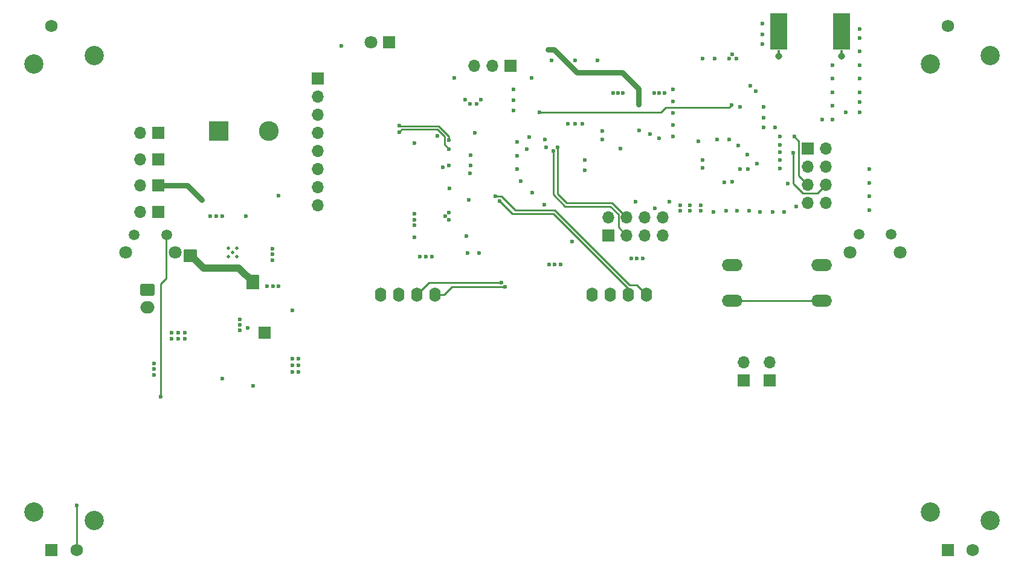
<source format=gbr>
%TF.GenerationSoftware,KiCad,Pcbnew,8.0.7*%
%TF.CreationDate,2025-03-30T10:37:29-04:00*%
%TF.ProjectId,RC-Car-Controller,52432d43-6172-42d4-936f-6e74726f6c6c,rev?*%
%TF.SameCoordinates,Original*%
%TF.FileFunction,Copper,L4,Bot*%
%TF.FilePolarity,Positive*%
%FSLAX46Y46*%
G04 Gerber Fmt 4.6, Leading zero omitted, Abs format (unit mm)*
G04 Created by KiCad (PCBNEW 8.0.7) date 2025-03-30 10:37:29*
%MOMM*%
%LPD*%
G01*
G04 APERTURE LIST*
G04 Aperture macros list*
%AMRoundRect*
0 Rectangle with rounded corners*
0 $1 Rounding radius*
0 $2 $3 $4 $5 $6 $7 $8 $9 X,Y pos of 4 corners*
0 Add a 4 corners polygon primitive as box body*
4,1,4,$2,$3,$4,$5,$6,$7,$8,$9,$2,$3,0*
0 Add four circle primitives for the rounded corners*
1,1,$1+$1,$2,$3*
1,1,$1+$1,$4,$5*
1,1,$1+$1,$6,$7*
1,1,$1+$1,$8,$9*
0 Add four rect primitives between the rounded corners*
20,1,$1+$1,$2,$3,$4,$5,0*
20,1,$1+$1,$4,$5,$6,$7,0*
20,1,$1+$1,$6,$7,$8,$9,0*
20,1,$1+$1,$8,$9,$2,$3,0*%
G04 Aperture macros list end*
%TA.AperFunction,Conductor*%
%ADD10C,0.200000*%
%TD*%
%TA.AperFunction,ComponentPad*%
%ADD11R,1.700000X1.700000*%
%TD*%
%TA.AperFunction,ComponentPad*%
%ADD12O,1.700000X1.700000*%
%TD*%
%TA.AperFunction,ComponentPad*%
%ADD13R,1.750000X1.750000*%
%TD*%
%TA.AperFunction,ComponentPad*%
%ADD14C,1.750000*%
%TD*%
%TA.AperFunction,ComponentPad*%
%ADD15C,2.700000*%
%TD*%
%TA.AperFunction,ComponentPad*%
%ADD16C,0.500000*%
%TD*%
%TA.AperFunction,ComponentPad*%
%ADD17O,1.600000X2.000000*%
%TD*%
%TA.AperFunction,ComponentPad*%
%ADD18R,2.775000X2.775000*%
%TD*%
%TA.AperFunction,ComponentPad*%
%ADD19C,2.775000*%
%TD*%
%TA.AperFunction,ComponentPad*%
%ADD20R,1.800000X1.800000*%
%TD*%
%TA.AperFunction,ComponentPad*%
%ADD21C,1.800000*%
%TD*%
%TA.AperFunction,HeatsinkPad*%
%ADD22R,1.680000X1.680000*%
%TD*%
%TA.AperFunction,ComponentPad*%
%ADD23RoundRect,0.250000X-0.750000X0.600000X-0.750000X-0.600000X0.750000X-0.600000X0.750000X0.600000X0*%
%TD*%
%TA.AperFunction,ComponentPad*%
%ADD24O,2.000000X1.700000*%
%TD*%
%TA.AperFunction,SMDPad,CuDef*%
%ADD25R,2.420000X5.080000*%
%TD*%
%TA.AperFunction,SMDPad,CuDef*%
%ADD26R,0.460000X0.950000*%
%TD*%
%TA.AperFunction,ComponentPad*%
%ADD27C,0.970000*%
%TD*%
%TA.AperFunction,ComponentPad*%
%ADD28O,2.900000X1.700000*%
%TD*%
%TA.AperFunction,ComponentPad*%
%ADD29C,1.498600*%
%TD*%
%TA.AperFunction,ComponentPad*%
%ADD30C,1.803400*%
%TD*%
%TA.AperFunction,ViaPad*%
%ADD31C,0.600000*%
%TD*%
%TA.AperFunction,Conductor*%
%ADD32C,0.254000*%
%TD*%
%TA.AperFunction,Conductor*%
%ADD33C,0.762000*%
%TD*%
%TA.AperFunction,Conductor*%
%ADD34C,1.016000*%
%TD*%
G04 APERTURE END LIST*
D10*
%TO.N,VDD_LOAD_PRE_SW*%
X114300000Y-81534000D02*
X112649000Y-81534000D01*
X112649000Y-79629000D01*
X114300000Y-79629000D01*
X114300000Y-81534000D01*
%TA.AperFunction,Conductor*%
G36*
X114300000Y-81534000D02*
G01*
X112649000Y-81534000D01*
X112649000Y-79629000D01*
X114300000Y-79629000D01*
X114300000Y-81534000D01*
G37*
%TD.AperFunction*%
X105537000Y-77724000D02*
X103886000Y-77724000D01*
X103886000Y-76073000D01*
X105537000Y-76073000D01*
X105537000Y-77724000D01*
%TA.AperFunction,Conductor*%
G36*
X105537000Y-77724000D02*
G01*
X103886000Y-77724000D01*
X103886000Y-76073000D01*
X105537000Y-76073000D01*
X105537000Y-77724000D01*
G37*
%TD.AperFunction*%
%TD*%
D11*
%TO.P,TP6,1,1*%
%TO.N,GNDA*%
X185928000Y-94361000D03*
D12*
%TO.P,TP6,2*%
%TO.N,N/C*%
X185928000Y-91821000D03*
%TD*%
D11*
%TO.P,SW2,1,A*%
%TO.N,Net-(SW2-A)*%
X149606000Y-50292000D03*
D12*
%TO.P,SW2,2,B*%
%TO.N,Net-(SW2-B)*%
X147066000Y-50292000D03*
%TO.P,SW2,3,C*%
%TO.N,Net-(SW2-C)*%
X144526000Y-50292000D03*
%TD*%
D11*
%TO.P,J3,1,Pin_1*%
%TO.N,/Connectors/USART_TX*%
X163322000Y-74041000D03*
D12*
%TO.P,J3,2,Pin_2*%
%TO.N,/Connectors/USART_RX*%
X163322000Y-71501000D03*
%TO.P,J3,3,Pin_3*%
%TO.N,/Connectors/SWCLK*%
X165862000Y-74041000D03*
%TO.P,J3,4,Pin_4*%
%TO.N,/Connectors/SWDIO*%
X165862000Y-71501000D03*
%TO.P,J3,5,Pin_5*%
%TO.N,/Connectors/NRST*%
X168402000Y-74041000D03*
%TO.P,J3,6,Pin_6*%
%TO.N,GNDA*%
X168402000Y-71501000D03*
%TO.P,J3,7,Pin_7*%
%TO.N,+3V3*%
X170942000Y-74041000D03*
%TO.P,J3,8,Pin_8*%
%TO.N,unconnected-(J3-Pin_8-Pad8)*%
X170942000Y-71501000D03*
%TD*%
D13*
%TO.P,R45,1*%
%TO.N,+3V3*%
X85250000Y-118164000D03*
D14*
%TO.P,R45,2*%
%TO.N,/Inputs/Slider_L*%
X88750000Y-118164000D03*
%TO.P,R45,3*%
%TO.N,GNDA*%
X85250000Y-44664000D03*
D15*
%TO.P,R45,MP*%
%TO.N,N/C*%
X91200000Y-114014000D03*
X82800000Y-112814000D03*
X82800000Y-50014000D03*
X91200000Y-48814000D03*
%TD*%
D11*
%TO.P,J4,1,Pin_1*%
%TO.N,+3V3*%
X191262000Y-61849000D03*
D12*
%TO.P,J4,2,Pin_2*%
%TO.N,GNDA*%
X193802000Y-61849000D03*
%TO.P,J4,3,Pin_3*%
%TO.N,/Connectors/RF_TMS*%
X191262000Y-64389000D03*
%TO.P,J4,4,Pin_4*%
%TO.N,/Connectors/RF_nTRST*%
X193802000Y-64389000D03*
%TO.P,J4,5,Pin_5*%
%TO.N,/Connectors/RF_TCK*%
X191262000Y-66929000D03*
%TO.P,J4,6,Pin_6*%
%TO.N,/Connectors/RF_TDI*%
X193802000Y-66929000D03*
%TO.P,J4,7,Pin_7*%
%TO.N,/Connectors/RF_nSRST*%
X191262000Y-69469000D03*
%TO.P,J4,8,Pin_8*%
%TO.N,/Connectors/RF_TDO*%
X193802000Y-69469000D03*
%TD*%
D16*
%TO.P,U2,17,PAD*%
%TO.N,GNDA*%
X111207002Y-77043998D03*
X111207002Y-75864001D03*
X110617003Y-76454000D03*
X110027004Y-77043998D03*
X110027004Y-75864001D03*
%TD*%
D17*
%TO.P,Brd2,1,GND*%
%TO.N,GNDA*%
X131380000Y-82360414D03*
%TO.P,Brd2,2,VCC*%
%TO.N,+3V3*%
X133920000Y-82360414D03*
%TO.P,Brd2,3,SCL*%
%TO.N,/MCU/I2C2_SCL*%
X136460000Y-82360414D03*
%TO.P,Brd2,4,SDA*%
%TO.N,/MCU/I2C2_SDA*%
X139000000Y-82360414D03*
%TD*%
D18*
%TO.P,S1,1*%
%TO.N,VDD_LOAD_PRE_SW*%
X108712000Y-59436000D03*
D19*
%TO.P,S1,1A*%
%TO.N,VDD_LOAD*%
X115712000Y-59436000D03*
%TD*%
D20*
%TO.P,D3,1,K*%
%TO.N,GNDA*%
X132588000Y-46990000D03*
D21*
%TO.P,D3,2,A*%
%TO.N,Net-(D3-A)*%
X130048000Y-46990000D03*
%TD*%
D16*
%TO.P,U3,17,GND*%
%TO.N,GNDA*%
X114533500Y-88296800D03*
X115713500Y-88296800D03*
X115123500Y-87706800D03*
D22*
X115123500Y-87706800D03*
D16*
X114533500Y-87116800D03*
X115713500Y-87116800D03*
%TD*%
D11*
%TO.P,J6,1,Pin_1*%
%TO.N,+3V3*%
X122560000Y-52070000D03*
D12*
%TO.P,J6,2,Pin_2*%
%TO.N,GNDA*%
X122560000Y-54610000D03*
%TO.P,J6,3,Pin_3*%
%TO.N,/MCU/SPI4_MOSI*%
X122560000Y-57150000D03*
%TO.P,J6,4,Pin_4*%
%TO.N,/MCU/SPI4_SCLK*%
X122560000Y-59690000D03*
%TO.P,J6,5,Pin_5*%
%TO.N,/MCU/SPI4_CS*%
X122560000Y-62230000D03*
%TO.P,J6,6,Pin_6*%
%TO.N,/MCU/SPI4_DC*%
X122560000Y-64770000D03*
%TO.P,J6,7,Pin_7*%
%TO.N,/Outputs/LCD_RST*%
X122560000Y-67310000D03*
%TO.P,J6,8,Pin_8*%
%TO.N,+3V3*%
X122560000Y-69850000D03*
%TD*%
D11*
%TO.P,TP4,1,1*%
%TO.N,GNDA*%
X182245000Y-94366000D03*
D12*
%TO.P,TP4,2*%
%TO.N,N/C*%
X182245000Y-91826000D03*
%TD*%
D17*
%TO.P,Brd1,1,GND*%
%TO.N,GNDA*%
X161000000Y-82360414D03*
%TO.P,Brd1,2,VCC*%
%TO.N,+3V3*%
X163540000Y-82360414D03*
%TO.P,Brd1,3,SCL*%
%TO.N,/MCU/I2C1_SCL*%
X166080000Y-82360414D03*
%TO.P,Brd1,4,SDA*%
%TO.N,/MCU/I2C1_SDA*%
X168620000Y-82360414D03*
%TD*%
D23*
%TO.P,J1,1,Pin_1*%
%TO.N,Net-(J1-Pin_1)*%
X98696000Y-81661000D03*
D24*
%TO.P,J1,2,Pin_2*%
%TO.N,GND_BATT*%
X98696000Y-84161000D03*
%TD*%
D25*
%TO.P,J5,2,Ext*%
%TO.N,GNDA*%
X195958000Y-45466000D03*
X187198000Y-45466000D03*
D26*
X195958000Y-48456000D03*
X187198000Y-48456000D03*
D27*
X195958000Y-48906000D03*
X187198000Y-48906000D03*
%TD*%
D28*
%TO.P,SW1,1,1*%
%TO.N,GNDA*%
X180667000Y-78232000D03*
X193167000Y-78232000D03*
%TO.P,SW1,2,2*%
%TO.N,/Connectors/NRST*%
X180667000Y-83232000D03*
X193167000Y-83232000D03*
%TD*%
D11*
%TO.P,TP1,1,1*%
%TO.N,VDD_USB*%
X100208000Y-59690000D03*
D12*
%TO.P,TP1,2*%
%TO.N,N/C*%
X97668000Y-59690000D03*
%TD*%
D13*
%TO.P,R48,1*%
%TO.N,+3V3*%
X210848000Y-118188000D03*
D14*
%TO.P,R48,2*%
%TO.N,/Inputs/Slider_R*%
X214348000Y-118188000D03*
%TO.P,R48,3*%
%TO.N,GNDA*%
X210848000Y-44688000D03*
D15*
%TO.P,R48,MP*%
%TO.N,N/C*%
X216798000Y-114038000D03*
X208398000Y-112838000D03*
X208398000Y-50038000D03*
X216798000Y-48838000D03*
%TD*%
D11*
%TO.P,TP2,1,1*%
%TO.N,GNDA*%
X100208000Y-70739000D03*
D12*
%TO.P,TP2,2*%
%TO.N,N/C*%
X97668000Y-70739000D03*
%TD*%
D11*
%TO.P,TP3,1,1*%
%TO.N,VDD_BATT*%
X100208000Y-67056000D03*
D12*
%TO.P,TP3,2*%
%TO.N,N/C*%
X97668000Y-67056000D03*
%TD*%
D11*
%TO.P,TP5,1,1*%
%TO.N,+3V3*%
X100208000Y-63373000D03*
D12*
%TO.P,TP5,2*%
%TO.N,N/C*%
X97668000Y-63373000D03*
%TD*%
D29*
%TO.P,SW4,1,1*%
%TO.N,GNDA*%
X198445999Y-73914000D03*
%TO.P,SW4,2,2*%
%TO.N,/Inputs/Button_R*%
X202946000Y-73914000D03*
D30*
%TO.P,SW4,3,3*%
%TO.N,GNDA*%
X197190999Y-76404299D03*
%TO.P,SW4,4,4*%
X204201000Y-76404299D03*
%TD*%
D29*
%TO.P,SW3,1,1*%
%TO.N,GNDA*%
X96860999Y-73936051D03*
%TO.P,SW3,2,2*%
%TO.N,/Inputs/Button_L*%
X101361000Y-73936051D03*
D30*
%TO.P,SW3,3,3*%
%TO.N,GNDA*%
X95605999Y-76426350D03*
%TO.P,SW3,4,4*%
X102616000Y-76426350D03*
%TD*%
D31*
%TO.N,+3V3*%
X145177947Y-76505179D03*
X143256000Y-54991000D03*
X119888000Y-93218000D03*
X112748616Y-87036205D03*
X136080500Y-74295000D03*
X140462000Y-71374000D03*
X176276000Y-69850000D03*
X179766345Y-70629239D03*
X119888000Y-91313000D03*
X143931000Y-65318000D03*
X176276000Y-70612000D03*
X140970000Y-71882000D03*
X158242000Y-74930000D03*
X143952436Y-62832101D03*
X137711270Y-77039454D03*
X140081000Y-64516000D03*
X119893416Y-92252891D03*
X119002630Y-92241686D03*
X173342000Y-69850000D03*
X158623000Y-58420000D03*
X181229000Y-49276000D03*
X180213000Y-49276000D03*
X173342000Y-70612000D03*
X143891000Y-55626000D03*
X125857000Y-47498000D03*
X118999000Y-93218000D03*
X159639000Y-58420000D03*
X138538925Y-77035215D03*
X183007000Y-70629239D03*
X136887925Y-77035215D03*
X140970000Y-70866000D03*
X168129925Y-77289215D03*
X180681991Y-48641000D03*
X167302270Y-77293454D03*
X181356000Y-70625000D03*
X118999000Y-91313000D03*
X157607000Y-58420000D03*
X141732000Y-51943000D03*
X166478925Y-77289215D03*
%TO.N,/MCU/I2C2_SDA*%
X148831702Y-81272920D03*
%TO.N,GNDA*%
X164973000Y-61849000D03*
X184150000Y-64008000D03*
X143946000Y-64246000D03*
X194691000Y-53975000D03*
X178181000Y-49276000D03*
X198501000Y-45085000D03*
X149987000Y-56515000D03*
X143383000Y-74168000D03*
X170434000Y-60452000D03*
X172352000Y-53594000D03*
X176530000Y-49276000D03*
X183941000Y-53856473D03*
X165354000Y-54102000D03*
X172352000Y-58547000D03*
X189611000Y-69977000D03*
X156604573Y-78154815D03*
X185039000Y-57531000D03*
X149987000Y-53594000D03*
X107524002Y-71374000D03*
X118999000Y-84582000D03*
X198501000Y-52070000D03*
X187325000Y-60198000D03*
X136144000Y-61087000D03*
X174752000Y-70612000D03*
X199898000Y-64770000D03*
X149987000Y-55118000D03*
X175895000Y-60825000D03*
X167640000Y-59309000D03*
X162433000Y-59436000D03*
X198501000Y-56769000D03*
X102045000Y-88550500D03*
X169164000Y-59817000D03*
X199898000Y-68580000D03*
X99632000Y-93630500D03*
X170434747Y-54100066D03*
X184912000Y-45847000D03*
X143559901Y-76511597D03*
X172352000Y-55245000D03*
X117094000Y-68453000D03*
X141025000Y-67421000D03*
X136145215Y-70995075D03*
X198501000Y-53975000D03*
X151003000Y-66421000D03*
X103010109Y-87656084D03*
X117094000Y-81153000D03*
X109220000Y-94107000D03*
X169799000Y-70231000D03*
X158623000Y-49530000D03*
X171831000Y-69342000D03*
X194691000Y-57785000D03*
X115443000Y-81153000D03*
X178562000Y-60579000D03*
X103950000Y-88550500D03*
X188468000Y-66802000D03*
X174752000Y-69850000D03*
X164656247Y-54100066D03*
X194691000Y-52070000D03*
X180213000Y-60579000D03*
X198501000Y-48260000D03*
X139319000Y-60071000D03*
X116205000Y-75901002D03*
X187325000Y-61341000D03*
X185039000Y-58928000D03*
X116201981Y-76724478D03*
X116261307Y-81153000D03*
X199898000Y-66675000D03*
X140898000Y-64246000D03*
X111633000Y-85852000D03*
X155781228Y-78150576D03*
X169735500Y-54102000D03*
X172352000Y-56896000D03*
X196596000Y-56769000D03*
X185039000Y-56007000D03*
X161798000Y-49530000D03*
X150495000Y-64770000D03*
X152654000Y-68072000D03*
X136149454Y-71822730D03*
X108341934Y-71385056D03*
X144614000Y-59690000D03*
X187325000Y-62357000D03*
X182753000Y-62738000D03*
X183152264Y-53067736D03*
X187951425Y-70729808D03*
X163957000Y-54102000D03*
X178054000Y-70739000D03*
X198501000Y-50165000D03*
X112477002Y-71374000D03*
X186690000Y-58928000D03*
X150495000Y-60960000D03*
X103950000Y-87661500D03*
X150495000Y-62865000D03*
X109175002Y-71374000D03*
X154953573Y-78154815D03*
X143757092Y-69046793D03*
X155321000Y-49530000D03*
X116205000Y-77552002D03*
X102045000Y-87661500D03*
X167132000Y-69342000D03*
X184522425Y-70729808D03*
X186300425Y-70729808D03*
X136145215Y-72646075D03*
X171132500Y-54102000D03*
X193294000Y-57785000D03*
X154305000Y-69723000D03*
X184912000Y-44323000D03*
X162433000Y-60579000D03*
X194691000Y-55880000D03*
X113538000Y-95123000D03*
X187325000Y-63500000D03*
X181737000Y-56007000D03*
X103021314Y-88546870D03*
X187325000Y-64643000D03*
X99627761Y-92802845D03*
X111633000Y-86614000D03*
X172352000Y-60198000D03*
X199898000Y-70485000D03*
X144808537Y-55627170D03*
X198501000Y-46355000D03*
X194691000Y-50165000D03*
X198501000Y-55372000D03*
X145443537Y-54992170D03*
X152527000Y-51930000D03*
X181483000Y-61468000D03*
X184912000Y-47244000D03*
X99632000Y-91979500D03*
X111633000Y-87376000D03*
%TO.N,/MCU/I2C2_SCL*%
X148336000Y-80645000D03*
%TO.N,/MCU/I2C1_SDA*%
X147487000Y-68580000D03*
%TO.N,/MCU/I2C1_SCL*%
X148082000Y-69215000D03*
%TO.N,VDD_BATT*%
X106299000Y-69088000D03*
%TO.N,/Connectors/SWCLK*%
X155575000Y-62230000D03*
%TO.N,/Connectors/SWDIO*%
X156210000Y-61722000D03*
%TO.N,VDD_USB*%
X167513000Y-55681000D03*
X154813000Y-48006000D03*
%TO.N,/Inputs/Button_L*%
X100584000Y-96647000D03*
%TO.N,/Inputs/Slider_L*%
X88773000Y-111887000D03*
%TO.N,VDD_LOAD_PRE_SW*%
X113906000Y-81153000D03*
X104280000Y-77343000D03*
X105156000Y-76454000D03*
X104280000Y-76454000D03*
X105156000Y-77343000D03*
X113030000Y-81153000D03*
X113030000Y-80264000D03*
%TO.N,/MCU/SDMMC1_CMD*%
X152175819Y-60268327D03*
X179541000Y-66585000D03*
%TO.N,/MCU/SDMMC1_D1*%
X159951706Y-63506465D03*
X182880000Y-64770000D03*
%TO.N,/MCU/SDMMC1_CK*%
X180648376Y-66547752D03*
X151892000Y-61976000D03*
%TO.N,/MCU/SDMMC1_D2*%
X176530000Y-63498000D03*
X154612080Y-61728475D03*
%TO.N,/MCU/SDMMC1_D3*%
X154432000Y-60579000D03*
X176530000Y-64606003D03*
%TO.N,/MCU/SDMMC1_D0*%
X181737000Y-64770000D03*
X160020000Y-64897000D03*
%TO.N,/MCU/SPI4_CS*%
X140970000Y-60706000D03*
X133995221Y-58676379D03*
%TO.N,/MCU/SPI4_DC*%
X133985000Y-59563000D03*
X140970000Y-61913000D03*
%TO.N,/Connectors/RF_TDI*%
X189230000Y-62484000D03*
%TO.N,/Connectors/RF_TCK*%
X189357000Y-60198000D03*
%TO.N,/MCU/RF_RESET*%
X153670000Y-56769000D03*
X180594000Y-55753000D03*
%TD*%
D32*
%TO.N,/MCU/I2C2_SDA*%
X148824622Y-81280000D02*
X141351000Y-81280000D01*
X141351000Y-81280000D02*
X140270586Y-82360414D01*
X140270586Y-82360414D02*
X139000000Y-82360414D01*
X148831702Y-81272920D02*
X148824622Y-81280000D01*
X139000000Y-82361000D02*
X139000000Y-82360414D01*
%TO.N,/MCU/I2C2_SCL*%
X138175414Y-80645000D02*
X136460000Y-82360414D01*
X148336000Y-80645000D02*
X138175414Y-80645000D01*
X136460000Y-82353948D02*
X136460000Y-82360414D01*
%TO.N,/MCU/I2C1_SDA*%
X167293000Y-81033414D02*
X168620000Y-82360414D01*
X147487000Y-68580000D02*
X148333712Y-68580000D01*
X155754639Y-70539000D02*
X166249053Y-81033414D01*
X148333712Y-68580000D02*
X150241000Y-70487288D01*
X166249053Y-81033414D02*
X167293000Y-81033414D01*
X150241000Y-70487288D02*
X150241000Y-70539000D01*
X150241000Y-70539000D02*
X155754639Y-70539000D01*
%TO.N,/MCU/I2C1_SCL*%
X166080000Y-82360414D02*
X166080000Y-81506414D01*
X166080000Y-81506414D02*
X155566586Y-70993000D01*
X155566586Y-70993000D02*
X149860000Y-70993000D01*
X149860000Y-70993000D02*
X148082000Y-69215000D01*
%TO.N,/Connectors/NRST*%
X180667000Y-83232000D02*
X193167000Y-83232000D01*
D33*
%TO.N,VDD_BATT*%
X104267000Y-67056000D02*
X100208000Y-67056000D01*
X106299000Y-69088000D02*
X104267000Y-67056000D01*
D32*
%TO.N,/Connectors/SWCLK*%
X163576000Y-69977000D02*
X164719900Y-71120900D01*
X157226000Y-69977000D02*
X163576000Y-69977000D01*
X155575000Y-68326000D02*
X157226000Y-69977000D01*
X164719900Y-71120900D02*
X164719900Y-72898900D01*
X155575000Y-62230000D02*
X155575000Y-68326000D01*
X164719900Y-72898900D02*
X165862000Y-74041000D01*
%TO.N,/Connectors/SWDIO*%
X156210000Y-61722000D02*
X156210000Y-68199000D01*
X156210000Y-68199000D02*
X157480000Y-69469000D01*
X163830000Y-69469000D02*
X165862000Y-71501000D01*
X157480000Y-69469000D02*
X163830000Y-69469000D01*
D33*
%TO.N,VDD_USB*%
X158877000Y-51181000D02*
X165227000Y-51181000D01*
X167513000Y-53467000D02*
X167513000Y-55681000D01*
X165227000Y-51181000D02*
X167513000Y-53467000D01*
X155702000Y-48006000D02*
X158877000Y-51181000D01*
X154813000Y-48006000D02*
X155702000Y-48006000D01*
D32*
%TO.N,/Inputs/Button_L*%
X101346000Y-80077687D02*
X101346000Y-73951051D01*
X100584000Y-80839687D02*
X101346000Y-80077687D01*
X100584000Y-96647000D02*
X100584000Y-80839687D01*
X101346000Y-73951051D02*
X101361000Y-73936051D01*
%TO.N,/Inputs/Slider_L*%
X88750000Y-111910000D02*
X88750000Y-118164000D01*
D34*
%TO.N,VDD_LOAD_PRE_SW*%
X111506000Y-78613000D02*
X106553000Y-78613000D01*
X113474500Y-80581500D02*
X111506000Y-78613000D01*
X106553000Y-78613000D02*
X104775000Y-76835000D01*
D32*
%TO.N,/MCU/SPI4_CS*%
X139504764Y-58728000D02*
X140970000Y-60193236D01*
X134046842Y-58728000D02*
X139504764Y-58728000D01*
X133995221Y-58676379D02*
X134046842Y-58728000D01*
X140970000Y-60193236D02*
X140970000Y-60706000D01*
%TO.N,/MCU/SPI4_DC*%
X133985000Y-59563000D02*
X134366000Y-59182000D01*
X139316712Y-59182000D02*
X140343000Y-60208288D01*
X140343000Y-60208288D02*
X140343000Y-61286000D01*
X140343000Y-61286000D02*
X140970000Y-61913000D01*
X134366000Y-59182000D02*
X139316712Y-59182000D01*
%TO.N,/Connectors/RF_TDI*%
X193802000Y-66929000D02*
X192625000Y-68106000D01*
X189230000Y-66802000D02*
X189230000Y-62484000D01*
X190534000Y-68106000D02*
X189230000Y-66802000D01*
X192625000Y-68106000D02*
X190534000Y-68106000D01*
%TO.N,/Connectors/RF_TCK*%
X189992000Y-65659000D02*
X189992000Y-60833000D01*
X191262000Y-66929000D02*
X189992000Y-65659000D01*
X189992000Y-60833000D02*
X189357000Y-60198000D01*
%TO.N,/MCU/RF_RESET*%
X170688000Y-56769000D02*
X171323000Y-56134000D01*
X180213000Y-56134000D02*
X180594000Y-55753000D01*
X171323000Y-56134000D02*
X180213000Y-56134000D01*
X153670000Y-56769000D02*
X170688000Y-56769000D01*
%TD*%
M02*

</source>
